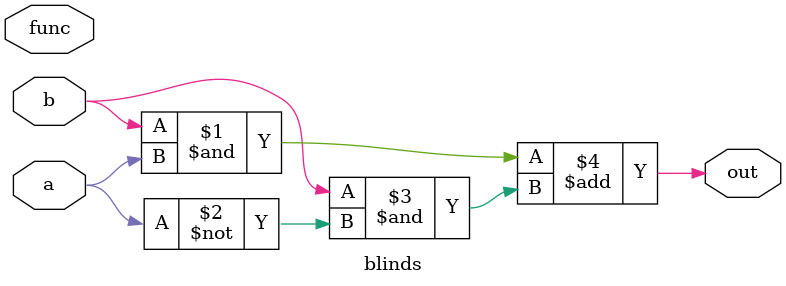
<source format=v>

`timescale 1ns / 100ps

module blinds(
    input a,
    input b,
    input [3:0] func,
    output out
    );
    
    wire out;
         
      //Todo: add you logic here
    assign out = (b & a) + (b & ~a)  ;

endmodule

</source>
